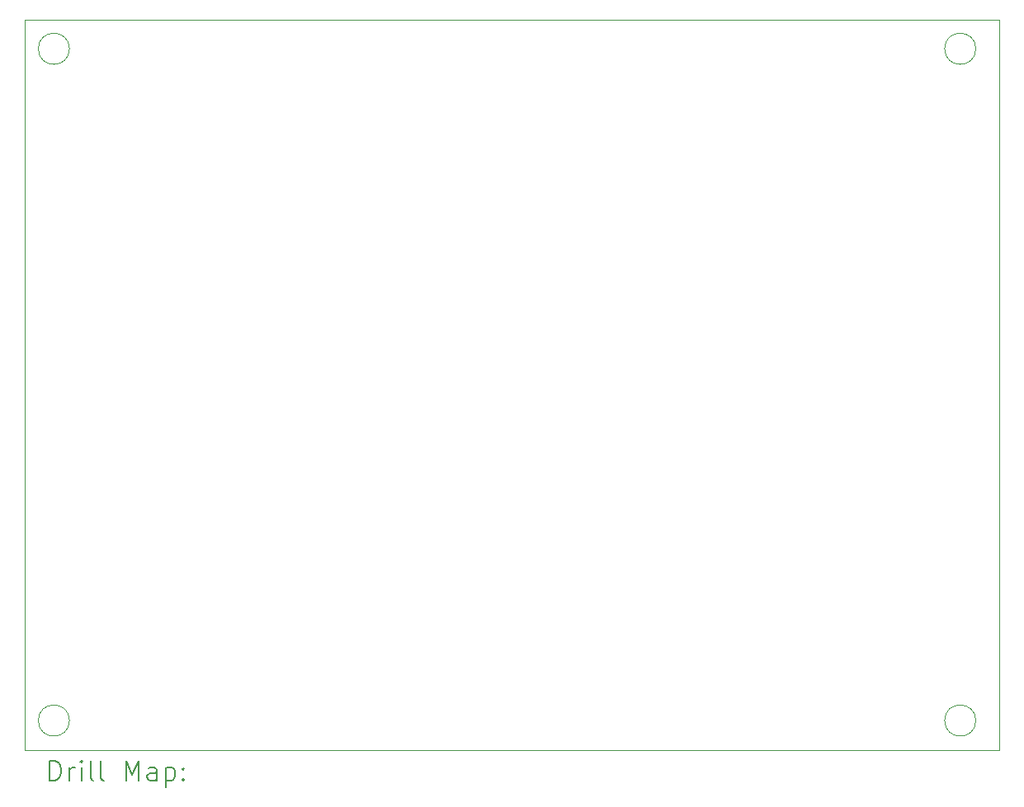
<source format=gbr>
%TF.GenerationSoftware,KiCad,Pcbnew,8.0.8*%
%TF.CreationDate,2025-06-29T12:52:22+09:00*%
%TF.ProjectId,VCFSeparate,56434653-6570-4617-9261-74652e6b6963,rev?*%
%TF.SameCoordinates,Original*%
%TF.FileFunction,Drillmap*%
%TF.FilePolarity,Positive*%
%FSLAX45Y45*%
G04 Gerber Fmt 4.5, Leading zero omitted, Abs format (unit mm)*
G04 Created by KiCad (PCBNEW 8.0.8) date 2025-06-29 12:52:22*
%MOMM*%
%LPD*%
G01*
G04 APERTURE LIST*
%ADD10C,0.050000*%
%ADD11C,0.200000*%
G04 APERTURE END LIST*
D10*
X15260000Y-2200000D02*
G75*
G02*
X14940000Y-2200000I-160000J0D01*
G01*
X14940000Y-2200000D02*
G75*
G02*
X15260000Y-2200000I160000J0D01*
G01*
X15260000Y-9100000D02*
G75*
G02*
X14940000Y-9100000I-160000J0D01*
G01*
X14940000Y-9100000D02*
G75*
G02*
X15260000Y-9100000I160000J0D01*
G01*
X5500000Y-1900000D02*
X15500000Y-1900000D01*
X15500000Y-9400000D01*
X5500000Y-9400000D01*
X5500000Y-1900000D01*
X5960000Y-9100000D02*
G75*
G02*
X5640000Y-9100000I-160000J0D01*
G01*
X5640000Y-9100000D02*
G75*
G02*
X5960000Y-9100000I160000J0D01*
G01*
X5960000Y-2200000D02*
G75*
G02*
X5640000Y-2200000I-160000J0D01*
G01*
X5640000Y-2200000D02*
G75*
G02*
X5960000Y-2200000I160000J0D01*
G01*
D11*
X5758277Y-9713984D02*
X5758277Y-9513984D01*
X5758277Y-9513984D02*
X5805896Y-9513984D01*
X5805896Y-9513984D02*
X5834467Y-9523508D01*
X5834467Y-9523508D02*
X5853515Y-9542555D01*
X5853515Y-9542555D02*
X5863039Y-9561603D01*
X5863039Y-9561603D02*
X5872562Y-9599698D01*
X5872562Y-9599698D02*
X5872562Y-9628270D01*
X5872562Y-9628270D02*
X5863039Y-9666365D01*
X5863039Y-9666365D02*
X5853515Y-9685412D01*
X5853515Y-9685412D02*
X5834467Y-9704460D01*
X5834467Y-9704460D02*
X5805896Y-9713984D01*
X5805896Y-9713984D02*
X5758277Y-9713984D01*
X5958277Y-9713984D02*
X5958277Y-9580650D01*
X5958277Y-9618746D02*
X5967801Y-9599698D01*
X5967801Y-9599698D02*
X5977324Y-9590174D01*
X5977324Y-9590174D02*
X5996372Y-9580650D01*
X5996372Y-9580650D02*
X6015420Y-9580650D01*
X6082086Y-9713984D02*
X6082086Y-9580650D01*
X6082086Y-9513984D02*
X6072562Y-9523508D01*
X6072562Y-9523508D02*
X6082086Y-9533031D01*
X6082086Y-9533031D02*
X6091610Y-9523508D01*
X6091610Y-9523508D02*
X6082086Y-9513984D01*
X6082086Y-9513984D02*
X6082086Y-9533031D01*
X6205896Y-9713984D02*
X6186848Y-9704460D01*
X6186848Y-9704460D02*
X6177324Y-9685412D01*
X6177324Y-9685412D02*
X6177324Y-9513984D01*
X6310658Y-9713984D02*
X6291610Y-9704460D01*
X6291610Y-9704460D02*
X6282086Y-9685412D01*
X6282086Y-9685412D02*
X6282086Y-9513984D01*
X6539229Y-9713984D02*
X6539229Y-9513984D01*
X6539229Y-9513984D02*
X6605896Y-9656841D01*
X6605896Y-9656841D02*
X6672562Y-9513984D01*
X6672562Y-9513984D02*
X6672562Y-9713984D01*
X6853515Y-9713984D02*
X6853515Y-9609222D01*
X6853515Y-9609222D02*
X6843991Y-9590174D01*
X6843991Y-9590174D02*
X6824943Y-9580650D01*
X6824943Y-9580650D02*
X6786848Y-9580650D01*
X6786848Y-9580650D02*
X6767801Y-9590174D01*
X6853515Y-9704460D02*
X6834467Y-9713984D01*
X6834467Y-9713984D02*
X6786848Y-9713984D01*
X6786848Y-9713984D02*
X6767801Y-9704460D01*
X6767801Y-9704460D02*
X6758277Y-9685412D01*
X6758277Y-9685412D02*
X6758277Y-9666365D01*
X6758277Y-9666365D02*
X6767801Y-9647317D01*
X6767801Y-9647317D02*
X6786848Y-9637793D01*
X6786848Y-9637793D02*
X6834467Y-9637793D01*
X6834467Y-9637793D02*
X6853515Y-9628270D01*
X6948753Y-9580650D02*
X6948753Y-9780650D01*
X6948753Y-9590174D02*
X6967801Y-9580650D01*
X6967801Y-9580650D02*
X7005896Y-9580650D01*
X7005896Y-9580650D02*
X7024943Y-9590174D01*
X7024943Y-9590174D02*
X7034467Y-9599698D01*
X7034467Y-9599698D02*
X7043991Y-9618746D01*
X7043991Y-9618746D02*
X7043991Y-9675889D01*
X7043991Y-9675889D02*
X7034467Y-9694936D01*
X7034467Y-9694936D02*
X7024943Y-9704460D01*
X7024943Y-9704460D02*
X7005896Y-9713984D01*
X7005896Y-9713984D02*
X6967801Y-9713984D01*
X6967801Y-9713984D02*
X6948753Y-9704460D01*
X7129705Y-9694936D02*
X7139229Y-9704460D01*
X7139229Y-9704460D02*
X7129705Y-9713984D01*
X7129705Y-9713984D02*
X7120182Y-9704460D01*
X7120182Y-9704460D02*
X7129705Y-9694936D01*
X7129705Y-9694936D02*
X7129705Y-9713984D01*
X7129705Y-9590174D02*
X7139229Y-9599698D01*
X7139229Y-9599698D02*
X7129705Y-9609222D01*
X7129705Y-9609222D02*
X7120182Y-9599698D01*
X7120182Y-9599698D02*
X7129705Y-9590174D01*
X7129705Y-9590174D02*
X7129705Y-9609222D01*
M02*

</source>
